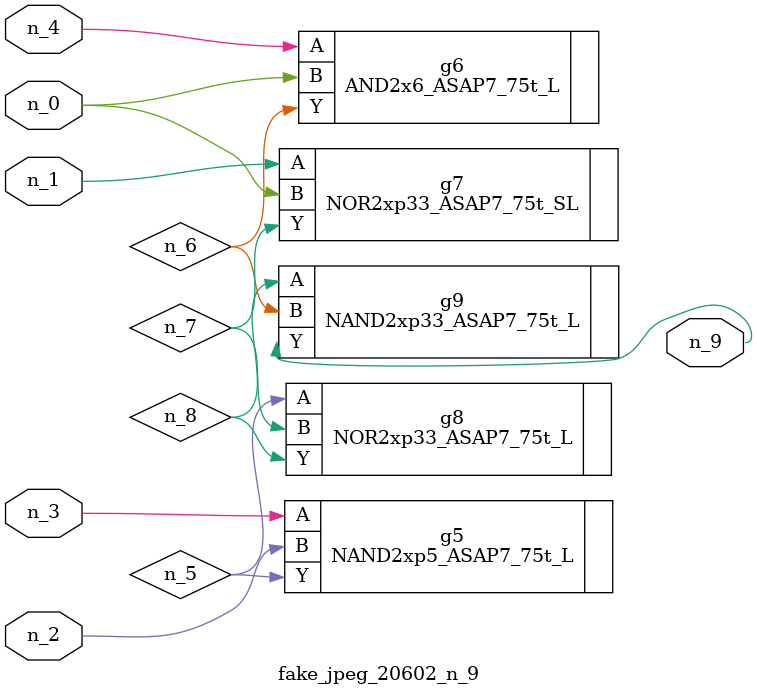
<source format=v>
module fake_jpeg_20602_n_9 (n_3, n_2, n_1, n_0, n_4, n_9);

input n_3;
input n_2;
input n_1;
input n_0;
input n_4;

output n_9;

wire n_8;
wire n_6;
wire n_5;
wire n_7;

NAND2xp5_ASAP7_75t_L g5 ( 
.A(n_3),
.B(n_2),
.Y(n_5)
);

AND2x6_ASAP7_75t_L g6 ( 
.A(n_4),
.B(n_0),
.Y(n_6)
);

NOR2xp33_ASAP7_75t_SL g7 ( 
.A(n_1),
.B(n_0),
.Y(n_7)
);

NOR2xp33_ASAP7_75t_L g8 ( 
.A(n_5),
.B(n_7),
.Y(n_8)
);

NAND2xp33_ASAP7_75t_L g9 ( 
.A(n_8),
.B(n_6),
.Y(n_9)
);


endmodule
</source>
